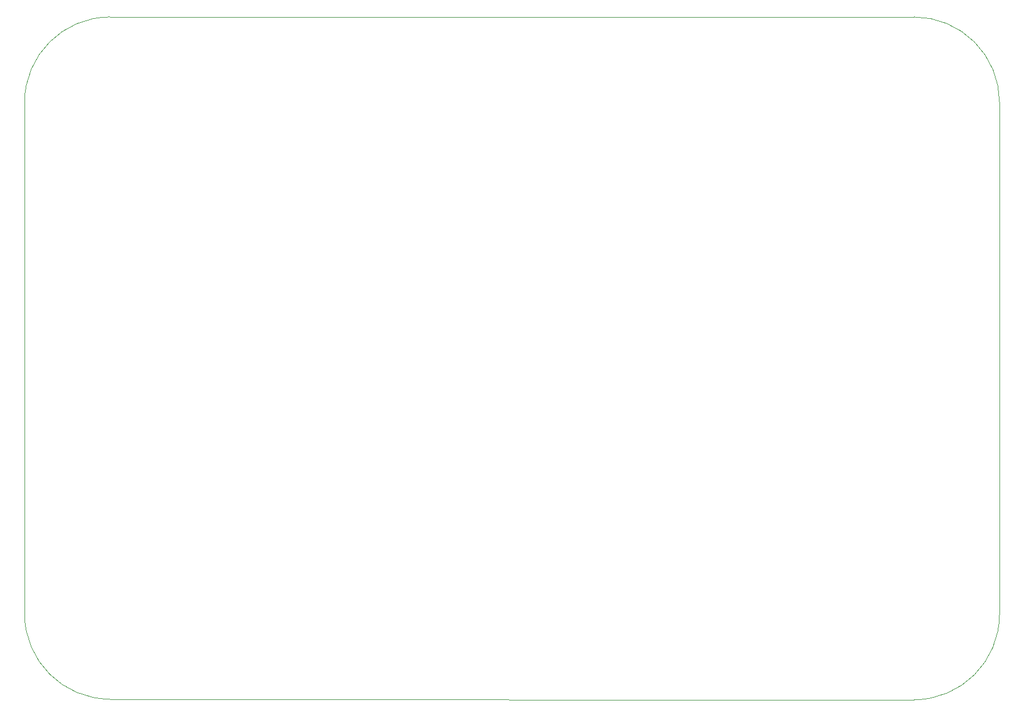
<source format=gbr>
%TF.GenerationSoftware,KiCad,Pcbnew,7.0.10*%
%TF.CreationDate,2024-04-01T07:53:47-03:00*%
%TF.ProjectId,board,626f6172-642e-46b6-9963-61645f706362,4.6*%
%TF.SameCoordinates,Original*%
%TF.FileFunction,Profile,NP*%
%FSLAX46Y46*%
G04 Gerber Fmt 4.6, Leading zero omitted, Abs format (unit mm)*
G04 Created by KiCad (PCBNEW 7.0.10) date 2024-04-01 07:53:47*
%MOMM*%
%LPD*%
G01*
G04 APERTURE LIST*
%TA.AperFunction,Profile*%
%ADD10C,0.050000*%
%TD*%
G04 APERTURE END LIST*
D10*
X217932000Y-126873000D02*
X217932000Y-50763256D01*
X73152000Y-50763256D02*
X73152000Y-126782744D01*
X205232000Y-139573000D02*
G75*
G03*
X217932000Y-126873000I0J12700000D01*
G01*
X73151956Y-126782744D02*
G75*
G03*
X85852000Y-139482744I12700044J44D01*
G01*
X85852000Y-38063260D02*
G75*
G03*
X73152000Y-50763256I0J-12700000D01*
G01*
X217931944Y-50763256D02*
G75*
G03*
X205232000Y-38063256I-12699944J56D01*
G01*
X85852000Y-139482744D02*
X205232000Y-139573000D01*
X205232000Y-38063256D02*
X85852000Y-38063256D01*
M02*

</source>
